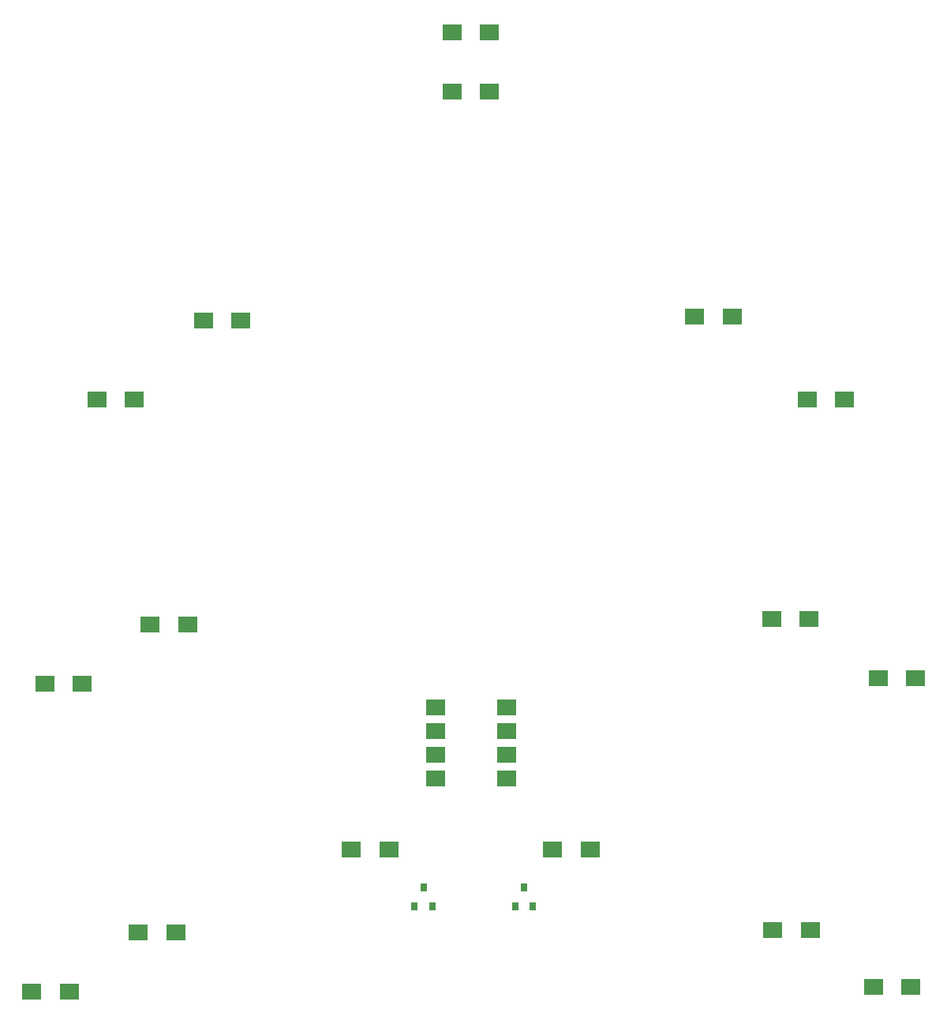
<source format=gbr>
G04 #@! TF.FileFunction,Paste,Top*
%FSLAX46Y46*%
G04 Gerber Fmt 4.6, Leading zero omitted, Abs format (unit mm)*
G04 Created by KiCad (PCBNEW 4.0.6) date Saturday, November 11, 2017 'PMt' 03:03:55 PM*
%MOMM*%
%LPD*%
G01*
G04 APERTURE LIST*
%ADD10C,0.100000*%
%ADD11R,2.000000X1.700000*%
%ADD12R,2.000000X1.780000*%
%ADD13R,0.800000X0.900000*%
G04 APERTURE END LIST*
D10*
D11*
X48165000Y-128270000D03*
X52165000Y-128270000D03*
X138970000Y-94615000D03*
X142970000Y-94615000D03*
X55150000Y-64770000D03*
X59150000Y-64770000D03*
D12*
X91440000Y-97790000D03*
X99060000Y-105410000D03*
X91440000Y-100330000D03*
X99060000Y-102870000D03*
X91440000Y-102870000D03*
X99060000Y-100330000D03*
X91440000Y-105410000D03*
X99060000Y-97790000D03*
D11*
X138462000Y-127762000D03*
X142462000Y-127762000D03*
X49562000Y-95250000D03*
X53562000Y-95250000D03*
X135350000Y-64770000D03*
X131350000Y-64770000D03*
X59595000Y-121920000D03*
X63595000Y-121920000D03*
X131540000Y-88265000D03*
X127540000Y-88265000D03*
X66580000Y-56261000D03*
X70580000Y-56261000D03*
X131667000Y-121666000D03*
X127667000Y-121666000D03*
X60865000Y-88900000D03*
X64865000Y-88900000D03*
X123285000Y-55880000D03*
X119285000Y-55880000D03*
X93250000Y-31750000D03*
X97250000Y-31750000D03*
X93250000Y-25400000D03*
X97250000Y-25400000D03*
X108045000Y-113030000D03*
X104045000Y-113030000D03*
D13*
X89220000Y-119110000D03*
X91120000Y-119110000D03*
X90170000Y-117110000D03*
X100015000Y-119110000D03*
X101915000Y-119110000D03*
X100965000Y-117110000D03*
D11*
X82455000Y-113030000D03*
X86455000Y-113030000D03*
M02*

</source>
